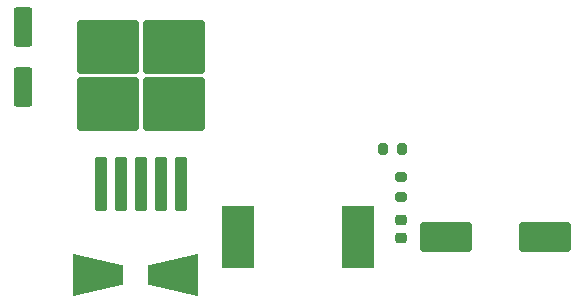
<source format=gbr>
%TF.GenerationSoftware,KiCad,Pcbnew,9.0.1*%
%TF.CreationDate,2025-04-11T16:24:36+02:00*%
%TF.ProjectId,Alimentation_DC_DC,416c696d-656e-4746-9174-696f6e5f4443,rev?*%
%TF.SameCoordinates,Original*%
%TF.FileFunction,Paste,Top*%
%TF.FilePolarity,Positive*%
%FSLAX46Y46*%
G04 Gerber Fmt 4.6, Leading zero omitted, Abs format (unit mm)*
G04 Created by KiCad (PCBNEW 9.0.1) date 2025-04-11 16:24:36*
%MOMM*%
%LPD*%
G01*
G04 APERTURE LIST*
G04 Aperture macros list*
%AMRoundRect*
0 Rectangle with rounded corners*
0 $1 Rounding radius*
0 $2 $3 $4 $5 $6 $7 $8 $9 X,Y pos of 4 corners*
0 Add a 4 corners polygon primitive as box body*
4,1,4,$2,$3,$4,$5,$6,$7,$8,$9,$2,$3,0*
0 Add four circle primitives for the rounded corners*
1,1,$1+$1,$2,$3*
1,1,$1+$1,$4,$5*
1,1,$1+$1,$6,$7*
1,1,$1+$1,$8,$9*
0 Add four rect primitives between the rounded corners*
20,1,$1+$1,$2,$3,$4,$5,0*
20,1,$1+$1,$4,$5,$6,$7,0*
20,1,$1+$1,$6,$7,$8,$9,0*
20,1,$1+$1,$8,$9,$2,$3,0*%
%AMOutline4P*
0 Free polygon, 4 corners , with rotation*
0 The origin of the aperture is its center*
0 number of corners: always 4*
0 $1 to $8 corner X, Y*
0 $9 Rotation angle, in degrees counterclockwise*
0 create outline with 4 corners*
4,1,4,$1,$2,$3,$4,$5,$6,$7,$8,$1,$2,$9*%
G04 Aperture macros list end*
%ADD10RoundRect,0.250000X2.375000X-2.025000X2.375000X2.025000X-2.375000X2.025000X-2.375000X-2.025000X0*%
%ADD11RoundRect,0.250000X0.300000X-2.050000X0.300000X2.050000X-0.300000X2.050000X-0.300000X-2.050000X0*%
%ADD12RoundRect,0.200000X-0.200000X-0.275000X0.200000X-0.275000X0.200000X0.275000X-0.200000X0.275000X0*%
%ADD13RoundRect,0.200000X-0.275000X0.200000X-0.275000X-0.200000X0.275000X-0.200000X0.275000X0.200000X0*%
%ADD14R,2.800000X5.300000*%
%ADD15Outline4P,-2.150000X-1.800000X2.150000X-0.800000X2.150000X0.800000X-2.150000X1.800000X0.000000*%
%ADD16Outline4P,-2.150000X-1.800000X2.150000X-0.800000X2.150000X0.800000X-2.150000X1.800000X180.000000*%
%ADD17RoundRect,0.225000X0.250000X-0.225000X0.250000X0.225000X-0.250000X0.225000X-0.250000X-0.225000X0*%
%ADD18RoundRect,0.250000X-0.550000X1.412500X-0.550000X-1.412500X0.550000X-1.412500X0.550000X1.412500X0*%
%ADD19RoundRect,0.250000X-1.950000X-1.000000X1.950000X-1.000000X1.950000X1.000000X-1.950000X1.000000X0*%
G04 APERTURE END LIST*
D10*
%TO.C,U1*%
X146700000Y-71750000D03*
X152250000Y-71750000D03*
X146700000Y-66900000D03*
X152250000Y-66900000D03*
D11*
X146075000Y-78475000D03*
X147775000Y-78475000D03*
X149475000Y-78475000D03*
X151175000Y-78475000D03*
X152875000Y-78475000D03*
%TD*%
D12*
%TO.C,R2*%
X169925000Y-75500000D03*
X171575000Y-75500000D03*
%TD*%
D13*
%TO.C,R1*%
X171500000Y-77925000D03*
X171500000Y-79575000D03*
%TD*%
D14*
%TO.C,L1*%
X157700000Y-83000000D03*
X167800000Y-83000000D03*
%TD*%
D15*
%TO.C,D1*%
X145800000Y-86250000D03*
D16*
X152200000Y-86250000D03*
%TD*%
D17*
%TO.C,C3*%
X171500000Y-83100000D03*
X171500000Y-81550000D03*
%TD*%
D18*
%TO.C,C2*%
X139500000Y-65212500D03*
X139500000Y-70287500D03*
%TD*%
D19*
%TO.C,C1*%
X175300000Y-83000000D03*
X183700000Y-83000000D03*
%TD*%
M02*

</source>
